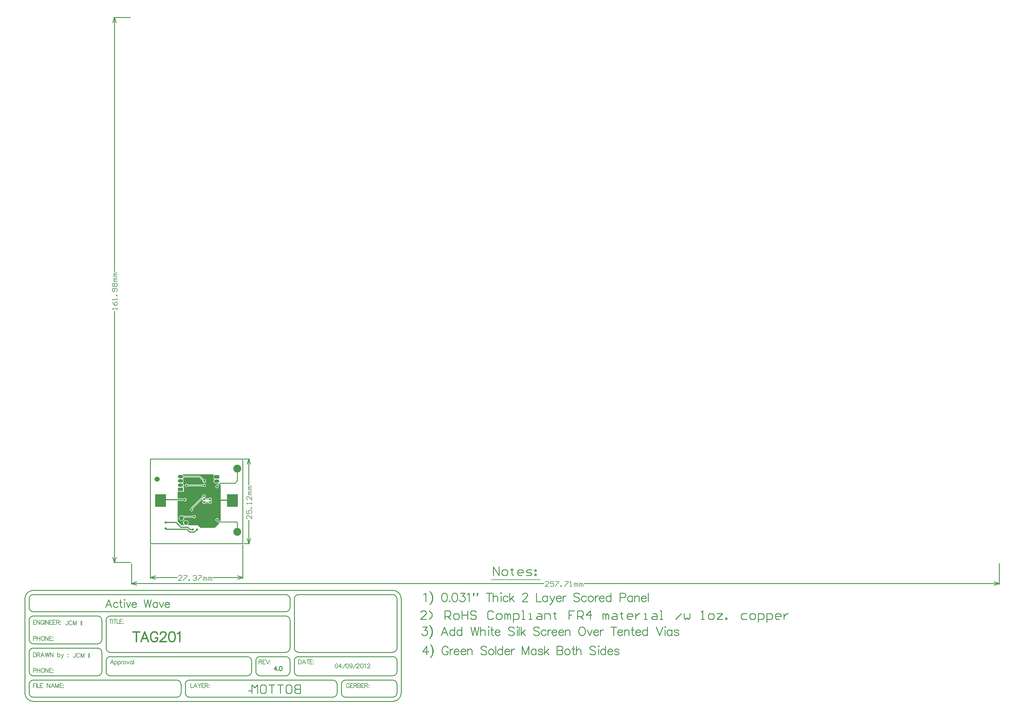
<source format=gbl>
%FSLAX25Y25*%
%MOIN*%
G70*
G01*
G75*
G04 Layer_Physical_Order=2*
G04 Layer_Color=16711680*
%ADD10R,0.03000X0.03000*%
%ADD11R,0.03000X0.03000*%
%ADD12R,0.01550X0.05000*%
%ADD13C,0.05000*%
%ADD14R,0.03937X0.07087*%
G04:AMPARAMS|DCode=15|XSize=25.59mil|YSize=9.84mil|CornerRadius=2.46mil|HoleSize=0mil|Usage=FLASHONLY|Rotation=0.000|XOffset=0mil|YOffset=0mil|HoleType=Round|Shape=RoundedRectangle|*
%AMROUNDEDRECTD15*
21,1,0.02559,0.00492,0,0,0.0*
21,1,0.02067,0.00984,0,0,0.0*
1,1,0.00492,0.01034,-0.00246*
1,1,0.00492,-0.01034,-0.00246*
1,1,0.00492,-0.01034,0.00246*
1,1,0.00492,0.01034,0.00246*
%
%ADD15ROUNDEDRECTD15*%
G04:AMPARAMS|DCode=16|XSize=25.59mil|YSize=9.84mil|CornerRadius=2.46mil|HoleSize=0mil|Usage=FLASHONLY|Rotation=90.000|XOffset=0mil|YOffset=0mil|HoleType=Round|Shape=RoundedRectangle|*
%AMROUNDEDRECTD16*
21,1,0.02559,0.00492,0,0,90.0*
21,1,0.02067,0.00984,0,0,90.0*
1,1,0.00492,0.00246,0.01034*
1,1,0.00492,0.00246,-0.01034*
1,1,0.00492,-0.00246,-0.01034*
1,1,0.00492,-0.00246,0.01034*
%
%ADD16ROUNDEDRECTD16*%
G04:AMPARAMS|DCode=17|XSize=25.59mil|YSize=9.84mil|CornerRadius=0mil|HoleSize=0mil|Usage=FLASHONLY|Rotation=90.000|XOffset=0mil|YOffset=0mil|HoleType=Round|Shape=Octagon|*
%AMOCTAGOND17*
4,1,8,0.00246,0.01280,-0.00246,0.01280,-0.00492,0.01034,-0.00492,-0.01034,-0.00246,-0.01280,0.00246,-0.01280,0.00492,-0.01034,0.00492,0.01034,0.00246,0.01280,0.0*
%
%ADD17OCTAGOND17*%

G04:AMPARAMS|DCode=18|XSize=25.59mil|YSize=9.84mil|CornerRadius=0mil|HoleSize=0mil|Usage=FLASHONLY|Rotation=180.000|XOffset=0mil|YOffset=0mil|HoleType=Round|Shape=Octagon|*
%AMOCTAGOND18*
4,1,8,-0.01280,0.00246,-0.01280,-0.00246,-0.01034,-0.00492,0.01034,-0.00492,0.01280,-0.00246,0.01280,0.00246,0.01034,0.00492,-0.01034,0.00492,-0.01280,0.00246,0.0*
%
%ADD18OCTAGOND18*%

%ADD19C,0.01200*%
%ADD20C,0.02000*%
%ADD21C,0.00800*%
%ADD22C,0.01000*%
%ADD23C,0.00600*%
%ADD24C,0.00900*%
%ADD25C,0.00500*%
%ADD26C,0.01500*%
%ADD27C,0.05200*%
%ADD28R,0.06200X0.04000*%
%ADD29O,0.06200X0.04000*%
%ADD30C,0.02600*%
%ADD31C,0.09200*%
%ADD32C,0.06000*%
%ADD33R,0.13000X0.15000*%
G36*
X73800Y80500D02*
X73800D01*
Y78400D01*
X77501D01*
Y77400D01*
X73800D01*
Y75300D01*
X74479D01*
X74640Y74827D01*
X74546Y74754D01*
X74129Y74211D01*
X73867Y73579D01*
X73778Y72900D01*
X73867Y72221D01*
X74129Y71589D01*
X74546Y71046D01*
X75089Y70629D01*
X75721Y70367D01*
X76400Y70278D01*
X78600D01*
X79279Y70367D01*
X79635Y70514D01*
X79913Y70099D01*
X78193Y68379D01*
X77900Y68437D01*
X77159Y68290D01*
X76530Y67870D01*
X76110Y67241D01*
X75963Y66500D01*
X76110Y65759D01*
X76530Y65130D01*
X77159Y64710D01*
X77900Y64563D01*
X78641Y64710D01*
X79270Y65130D01*
X79690Y65759D01*
X79837Y66500D01*
X79779Y66793D01*
X81638Y68652D01*
X82100Y68461D01*
Y26122D01*
X80865D01*
X79779Y27207D01*
X79837Y27500D01*
X79690Y28241D01*
X79270Y28870D01*
X78641Y29290D01*
X77900Y29437D01*
X77159Y29290D01*
X76530Y28870D01*
X76110Y28241D01*
X75963Y27500D01*
X76110Y26759D01*
X76530Y26130D01*
X77159Y25710D01*
X77900Y25563D01*
X78193Y25621D01*
X79607Y24207D01*
X79607Y24207D01*
X79971Y23964D01*
X80331Y23892D01*
X80476Y23414D01*
X75100Y18037D01*
X58600D01*
X55600Y21037D01*
X43673D01*
X43512Y21511D01*
X43782Y21718D01*
X44295Y22386D01*
X44618Y23165D01*
X44728Y24000D01*
X44618Y24835D01*
X44295Y25614D01*
X43782Y26282D01*
X43114Y26795D01*
X42335Y27118D01*
X41500Y27228D01*
X40665Y27118D01*
X39886Y26795D01*
X39218Y26282D01*
X38705Y25614D01*
X38382Y24835D01*
X38272Y24000D01*
X38382Y23165D01*
X38705Y22386D01*
X39218Y21718D01*
X39488Y21511D01*
X39327Y21037D01*
X36600D01*
X31800Y25837D01*
Y49876D01*
X38932D01*
X39030Y49730D01*
X39659Y49310D01*
X40400Y49163D01*
X41141Y49310D01*
X41770Y49730D01*
X42190Y50359D01*
X42337Y51100D01*
X42190Y51841D01*
X41770Y52470D01*
X41141Y52890D01*
X40400Y53037D01*
X39659Y52890D01*
X39030Y52470D01*
X38932Y52324D01*
X31800D01*
Y60400D01*
X39100D01*
Y65600D01*
X38421D01*
X38260Y66074D01*
X38354Y66146D01*
X38771Y66689D01*
X39033Y67321D01*
X39122Y68000D01*
X39033Y68679D01*
X38771Y69311D01*
X38354Y69854D01*
X37811Y70271D01*
Y70729D01*
X38354Y71146D01*
X38771Y71689D01*
X39033Y72321D01*
X39057Y72500D01*
X35399D01*
Y73500D01*
X39057D01*
X39033Y73679D01*
X38771Y74311D01*
X38354Y74854D01*
X37811Y75271D01*
Y75729D01*
X38354Y76146D01*
X38771Y76689D01*
X38892Y76980D01*
X57678D01*
X61245Y73413D01*
X61163Y73000D01*
X61310Y72259D01*
X61730Y71630D01*
X62359Y71210D01*
X63100Y71063D01*
X63841Y71210D01*
X64470Y71630D01*
X64890Y72259D01*
X65037Y73000D01*
X64890Y73741D01*
X64470Y74370D01*
X63841Y74790D01*
X63100Y74937D01*
X62687Y74855D01*
X58821Y78721D01*
X58490Y78942D01*
X58100Y79020D01*
X38892D01*
X38771Y79311D01*
X38354Y79854D01*
X37811Y80271D01*
X37464Y80415D01*
X37729Y80737D01*
X73800D01*
Y80500D01*
D02*
G37*
%LPC*%
G36*
X51200Y33237D02*
X50459Y33090D01*
X49830Y32670D01*
X49529Y32220D01*
X38243D01*
X38014Y32395D01*
X37235Y32718D01*
X36400Y32828D01*
X35565Y32718D01*
X34786Y32395D01*
X34118Y31882D01*
X33605Y31214D01*
X33282Y30435D01*
X33172Y29600D01*
X33282Y28765D01*
X33605Y27986D01*
X34118Y27318D01*
X34786Y26805D01*
X35565Y26482D01*
X36400Y26372D01*
X37235Y26482D01*
X38014Y26805D01*
X38682Y27318D01*
X39195Y27986D01*
X39518Y28765D01*
X39628Y29600D01*
X39601Y29805D01*
X39930Y30180D01*
X49663D01*
X49830Y29930D01*
X50459Y29510D01*
X51200Y29363D01*
X51941Y29510D01*
X52570Y29930D01*
X52990Y30559D01*
X53137Y31300D01*
X52990Y32041D01*
X52570Y32670D01*
X51941Y33090D01*
X51200Y33237D01*
D02*
G37*
G36*
X62800Y57337D02*
X62059Y57190D01*
X61430Y56770D01*
X61010Y56141D01*
X60863Y55400D01*
X60945Y54987D01*
X47479Y41521D01*
X47258Y41190D01*
X47250Y41150D01*
X46830Y40870D01*
X46410Y40241D01*
X46263Y39500D01*
X46410Y38759D01*
X46830Y38130D01*
X47459Y37710D01*
X48200Y37563D01*
X48941Y37710D01*
X49570Y38130D01*
X49990Y38759D01*
X50137Y39500D01*
X49990Y40241D01*
X49627Y40785D01*
X60435Y51593D01*
X60913Y51447D01*
X61010Y50959D01*
X61430Y50330D01*
X61625Y50200D01*
Y49700D01*
X61430Y49570D01*
X61010Y48941D01*
X60863Y48200D01*
X61010Y47459D01*
X61430Y46830D01*
X62059Y46410D01*
X62800Y46263D01*
X63541Y46410D01*
X64170Y46830D01*
X64404Y47180D01*
X68229D01*
X68530Y46730D01*
X69159Y46310D01*
X69900Y46163D01*
X70641Y46310D01*
X71270Y46730D01*
X71690Y47359D01*
X71837Y48100D01*
X71690Y48841D01*
X71270Y49470D01*
X71075Y49600D01*
Y50100D01*
X71270Y50230D01*
X71690Y50859D01*
X71837Y51600D01*
X71690Y52341D01*
X71270Y52970D01*
X70641Y53390D01*
X69900Y53537D01*
X69159Y53390D01*
X68530Y52970D01*
X68363Y52720D01*
X64404D01*
X64170Y53070D01*
X63541Y53490D01*
X63541D01*
D01*
Y53490D01*
D01*
D01*
D01*
X64170Y54030D01*
D01*
D01*
X64170Y54030D01*
X64170Y54030D01*
X64170Y54030D01*
X64170Y54030D01*
D01*
X64590Y54659D01*
X64737Y55400D01*
X64590Y56141D01*
X64170Y56770D01*
X63541Y57190D01*
X62800Y57337D01*
D02*
G37*
G36*
X63100Y69837D02*
X62359Y69690D01*
X61730Y69270D01*
X61496Y68920D01*
X43804D01*
X43570Y69270D01*
X42941Y69690D01*
X42200Y69837D01*
X41459Y69690D01*
X40830Y69270D01*
X40410Y68641D01*
X40263Y67900D01*
X40410Y67159D01*
X40830Y66530D01*
X41459Y66110D01*
X42200Y65963D01*
X42941Y66110D01*
X43570Y66530D01*
X43804Y66880D01*
X61496D01*
X61730Y66530D01*
X62359Y66110D01*
X63100Y65963D01*
X63841Y66110D01*
X64470Y66530D01*
X64890Y67159D01*
X65037Y67900D01*
X64890Y68641D01*
X64470Y69270D01*
X63841Y69690D01*
X63100Y69837D01*
D02*
G37*
%LPD*%
D19*
X46100Y13100D02*
X51600D01*
X17900Y17400D02*
X18700Y16600D01*
X42600D01*
X46100Y13100D01*
X51600D02*
X54500Y16000D01*
X35700Y18900D02*
X43700D01*
X46600Y16000D01*
X49500D01*
X30200Y24400D02*
X35700Y18900D01*
X17900Y24400D02*
X30200D01*
X78200Y50500D02*
X96500D01*
X15200D02*
X15800Y51100D01*
X40400D01*
D21*
X48200Y40800D02*
X62800Y55400D01*
X48200Y39500D02*
Y40800D01*
X36400Y29600D02*
X38000Y31200D01*
X58100Y78000D02*
X63100Y73000D01*
X35400Y78000D02*
X58100D01*
X42200Y67900D02*
X63100D01*
X51100Y31200D02*
X51200Y31300D01*
X38000Y31200D02*
X51100D01*
X69800Y51700D02*
X69900Y51600D01*
X62800Y51700D02*
X69800D01*
Y48200D02*
X69900Y48100D01*
X62800Y48200D02*
X69800D01*
X-96520Y-90501D02*
Y-94310D01*
X-96758Y-95024D01*
X-96996Y-95262D01*
X-97472Y-95500D01*
X-97948D01*
X-98424Y-95262D01*
X-98662Y-95024D01*
X-98900Y-94310D01*
Y-93834D01*
X-91663Y-91691D02*
X-91901Y-91215D01*
X-92378Y-90739D01*
X-92854Y-90501D01*
X-93806D01*
X-94282Y-90739D01*
X-94758Y-91215D01*
X-94996Y-91691D01*
X-95234Y-92405D01*
Y-93596D01*
X-94996Y-94310D01*
X-94758Y-94786D01*
X-94282Y-95262D01*
X-93806Y-95500D01*
X-92854D01*
X-92378Y-95262D01*
X-91901Y-94786D01*
X-91663Y-94310D01*
X-90259Y-90501D02*
Y-95500D01*
Y-90501D02*
X-88355Y-95500D01*
X-86450Y-90501D02*
X-88355Y-95500D01*
X-86450Y-90501D02*
Y-95500D01*
X-81094Y-90501D02*
Y-95500D01*
X-80047Y-90501D02*
Y-95500D01*
X-87520Y-128501D02*
Y-132310D01*
X-87758Y-133024D01*
X-87996Y-133262D01*
X-88472Y-133500D01*
X-88948D01*
X-89424Y-133262D01*
X-89662Y-133024D01*
X-89900Y-132310D01*
Y-131834D01*
X-82664Y-129691D02*
X-82902Y-129215D01*
X-83378Y-128739D01*
X-83854Y-128501D01*
X-84806D01*
X-85282Y-128739D01*
X-85758Y-129215D01*
X-85996Y-129691D01*
X-86234Y-130405D01*
Y-131596D01*
X-85996Y-132310D01*
X-85758Y-132786D01*
X-85282Y-133262D01*
X-84806Y-133500D01*
X-83854D01*
X-83378Y-133262D01*
X-82902Y-132786D01*
X-82664Y-132310D01*
X-81259Y-128501D02*
Y-133500D01*
Y-128501D02*
X-79355Y-133500D01*
X-77450Y-128501D02*
X-79355Y-133500D01*
X-77450Y-128501D02*
Y-133500D01*
X-72094Y-128501D02*
Y-133500D01*
X-71047Y-128501D02*
Y-133500D01*
X217303Y-140947D02*
X216589Y-141185D01*
X216113Y-141900D01*
X215875Y-143090D01*
Y-143804D01*
X216113Y-144994D01*
X216589Y-145708D01*
X217303Y-145946D01*
X217779D01*
X218493Y-145708D01*
X218969Y-144994D01*
X219207Y-143804D01*
Y-143090D01*
X218969Y-141900D01*
X218493Y-141185D01*
X217779Y-140947D01*
X217303D01*
X222707D02*
X220326Y-144280D01*
X223897D01*
X222707Y-140947D02*
Y-145946D01*
X224778Y-146660D02*
X228110Y-140947D01*
X229872D02*
X229157Y-141185D01*
X228681Y-141900D01*
X228443Y-143090D01*
Y-143804D01*
X228681Y-144994D01*
X229157Y-145708D01*
X229872Y-145946D01*
X230348D01*
X231062Y-145708D01*
X231538Y-144994D01*
X231776Y-143804D01*
Y-143090D01*
X231538Y-141900D01*
X231062Y-141185D01*
X230348Y-140947D01*
X229872D01*
X235989Y-142614D02*
X235751Y-143328D01*
X235275Y-143804D01*
X234561Y-144042D01*
X234323D01*
X233609Y-143804D01*
X233133Y-143328D01*
X232895Y-142614D01*
Y-142376D01*
X233133Y-141661D01*
X233609Y-141185D01*
X234323Y-140947D01*
X234561D01*
X235275Y-141185D01*
X235751Y-141661D01*
X235989Y-142614D01*
Y-143804D01*
X235751Y-144994D01*
X235275Y-145708D01*
X234561Y-145946D01*
X234085D01*
X233371Y-145708D01*
X233133Y-145232D01*
X237346Y-146660D02*
X240679Y-140947D01*
X241250Y-142138D02*
Y-141900D01*
X241488Y-141423D01*
X241726Y-141185D01*
X242202Y-140947D01*
X243155D01*
X243631Y-141185D01*
X243869Y-141423D01*
X244107Y-141900D01*
Y-142376D01*
X243869Y-142852D01*
X243392Y-143566D01*
X241012Y-145946D01*
X244345D01*
X246892Y-140947D02*
X246178Y-141185D01*
X245702Y-141900D01*
X245463Y-143090D01*
Y-143804D01*
X245702Y-144994D01*
X246178Y-145708D01*
X246892Y-145946D01*
X247368D01*
X248082Y-145708D01*
X248558Y-144994D01*
X248796Y-143804D01*
Y-143090D01*
X248558Y-141900D01*
X248082Y-141185D01*
X247368Y-140947D01*
X246892D01*
X249915Y-141900D02*
X250391Y-141661D01*
X251105Y-140947D01*
Y-145946D01*
X253819Y-142138D02*
Y-141900D01*
X254057Y-141423D01*
X254295Y-141185D01*
X254771Y-140947D01*
X255723D01*
X256199Y-141185D01*
X256437Y-141423D01*
X256675Y-141900D01*
Y-142376D01*
X256437Y-142852D01*
X255961Y-143566D01*
X253581Y-145946D01*
X256913D01*
X398372Y-42569D02*
X455872D01*
D22*
X98800Y70400D02*
X101700Y73300D01*
Y87500D01*
X81800Y70400D02*
X98800D01*
X77900Y66500D02*
X81800Y70400D01*
X100700Y25000D02*
X101700Y24000D01*
Y13500D02*
Y24000D01*
X80400Y25000D02*
X100700D01*
X77900Y27500D02*
X80400Y25000D01*
X175200Y-165503D02*
Y-175500D01*
X170202D01*
X168535Y-173834D01*
Y-172168D01*
X170202Y-170502D01*
X175200D01*
X170202D01*
X168535Y-168835D01*
Y-167169D01*
X170202Y-165503D01*
X175200D01*
X160205D02*
X163537D01*
X165203Y-167169D01*
Y-173834D01*
X163537Y-175500D01*
X160205D01*
X158539Y-173834D01*
Y-167169D01*
X160205Y-165503D01*
X155207D02*
X148542D01*
X151874D01*
Y-175500D01*
X145210Y-165503D02*
X138545D01*
X141877D01*
Y-175500D01*
X130215Y-165503D02*
X133547D01*
X135213Y-167169D01*
Y-173834D01*
X133547Y-175500D01*
X130215D01*
X128548Y-173834D01*
Y-167169D01*
X130215Y-165503D01*
X125216Y-175500D02*
Y-165503D01*
X121884Y-168835D01*
X118552Y-165503D01*
Y-175500D01*
X107753Y-40800D02*
Y-1600D01*
X0Y-40800D02*
Y-1600D01*
X73370Y-39800D02*
X107753D01*
X0D02*
X31183D01*
X101753Y-37800D02*
X107753Y-39800D01*
X101753Y-41800D02*
X107753Y-39800D01*
X0D02*
X6000Y-41800D01*
X0Y-39800D02*
X6000Y-37800D01*
X109253Y98803D02*
X115900D01*
X109253Y-100D02*
X115900D01*
X114900Y68345D02*
Y98803D01*
Y-100D02*
Y27158D01*
X112900Y92803D02*
X114900Y98803D01*
X116900Y92803D01*
X114900Y-100D02*
X116900Y5900D01*
X112900D02*
X114900Y-100D01*
X992400Y-47900D02*
Y-23550D01*
X-22200Y-47900D02*
Y-23550D01*
X507093Y-46900D02*
X992400D01*
X-22200D02*
X459907D01*
X986400Y-44900D02*
X992400Y-46900D01*
X986400Y-48900D02*
X992400Y-46900D01*
X-22200D02*
X-16200Y-48900D01*
X-22200Y-46900D02*
X-16200Y-44900D01*
X-43200Y615433D02*
X-23403D01*
X-43200Y-22300D02*
X-23450D01*
X-42200Y318059D02*
Y615433D01*
Y-22300D02*
Y271873D01*
X-44200Y609433D02*
X-42200Y615433D01*
X-40200Y609433D01*
X-42200Y-22300D02*
X-40200Y-16300D01*
X-44200D02*
X-42200Y-22300D01*
X0Y-100D02*
X107753D01*
X0Y-100D02*
Y98800D01*
X114695Y-172498D02*
X118632D01*
X107753Y-100D02*
Y98803D01*
X0D02*
X107753D01*
X283240Y-185014D02*
G03*
X293240Y-175014I0J10000D01*
G01*
X283240Y-180014D02*
G03*
X288240Y-175014I0J5000D01*
G01*
X35740Y-165014D02*
G03*
X30740Y-160014I-5000J0D01*
G01*
X30856Y-180014D02*
G03*
X35738Y-175047I84J4800D01*
G01*
X45740Y-160014D02*
G03*
X40740Y-165014I0J-5000D01*
G01*
Y-175014D02*
G03*
X45652Y-180013I5000J0D01*
G01*
X218240Y-165014D02*
G03*
X213240Y-160014I-5000J0D01*
G01*
X213356Y-180014D02*
G03*
X218238Y-175047I84J4800D01*
G01*
X223240Y-175114D02*
G03*
X228225Y-180013I4900J0D01*
G01*
X228240Y-160014D02*
G03*
X223240Y-165014I0J-5000D01*
G01*
X-56760Y-89914D02*
G03*
X-61660Y-85014I-4900J0D01*
G01*
X-61560Y-117514D02*
G03*
X-56760Y-112714I0J4800D01*
G01*
Y-127414D02*
G03*
X-61831Y-122517I-4900J0D01*
G01*
X-51760Y-122614D02*
G03*
X-46860Y-127514I4900J0D01*
G01*
X-51760Y-150114D02*
G03*
X-46860Y-155014I4900J0D01*
G01*
X-61660D02*
G03*
X-56760Y-150114I0J4900D01*
G01*
X118240Y-137414D02*
G03*
X113340Y-132514I-4900J0D01*
G01*
Y-155014D02*
G03*
X118239Y-150029I0J4900D01*
G01*
X123240Y-149914D02*
G03*
X128251Y-155013I5100J0D01*
G01*
X128040Y-132514D02*
G03*
X123246Y-137565I0J-4800D01*
G01*
X-46760Y-132514D02*
G03*
X-51760Y-137514I0J-5000D01*
G01*
X-46760Y-85014D02*
G03*
X-51760Y-90014I0J-5000D01*
G01*
X-141760Y-150014D02*
G03*
X-136848Y-155013I5000J0D01*
G01*
X-136760Y-122514D02*
G03*
X-141760Y-127514I0J-5000D01*
G01*
Y-112514D02*
G03*
X-136760Y-117514I5000J0D01*
G01*
Y-85014D02*
G03*
X-141760Y-90014I0J-5000D01*
G01*
Y-75014D02*
G03*
X-136760Y-80014I5000J0D01*
G01*
Y-60014D02*
G03*
X-141760Y-65014I0J-5000D01*
G01*
X163240Y-65014D02*
G03*
X158240Y-60014I-5000J0D01*
G01*
X173240Y-60014D02*
G03*
X168240Y-65014I0J-5000D01*
G01*
X158240Y-80014D02*
G03*
X163240Y-75014I0J5000D01*
G01*
Y-90014D02*
G03*
X158240Y-85014I-5000J0D01*
G01*
X-136760Y-160014D02*
G03*
X-141760Y-165014I0J-5000D01*
G01*
X158327Y-127514D02*
G03*
X163241Y-122514I-87J5000D01*
G01*
X-141760Y-175014D02*
G03*
X-136848Y-180013I5000J0D01*
G01*
X163240Y-137414D02*
G03*
X158340Y-132514I-4900J0D01*
G01*
X168240Y-150114D02*
G03*
X173225Y-155013I4900J0D01*
G01*
X158240Y-155014D02*
G03*
X163240Y-150014I0J5000D01*
G01*
X288240Y-164927D02*
G03*
X283240Y-160013I-5000J-87D01*
G01*
X283306Y-154940D02*
G03*
X288306Y-149940I0J5000D01*
G01*
X288238Y-64857D02*
G03*
X283167Y-59960I-4900J0D01*
G01*
X293238Y-64957D02*
G03*
X283238Y-54957I-10000J0D01*
G01*
X-146760Y-174914D02*
G03*
X-136837Y-185012I10100J0D01*
G01*
X-136760Y-55014D02*
G03*
X-146760Y-65014I0J-10000D01*
G01*
X168240Y-122514D02*
G03*
X173240Y-127514I5000J0D01*
G01*
X283306Y-127440D02*
G03*
X288306Y-122440I0J5000D01*
G01*
X173240Y-132514D02*
G03*
X168240Y-137514I0J-5000D01*
G01*
X288306Y-137340D02*
G03*
X283406Y-132440I-4900J0D01*
G01*
X288240Y-175014D02*
Y-165014D01*
X-136760Y-55014D02*
X283240D01*
X288306Y-149940D02*
Y-137340D01*
X168240Y-150014D02*
Y-137514D01*
X288240Y-122514D02*
Y-65014D01*
X168240Y-122514D02*
Y-65014D01*
X-146760Y-175014D02*
Y-65014D01*
X-141760Y-175014D02*
Y-165014D01*
X163240Y-150014D02*
Y-137514D01*
X123240Y-150014D02*
Y-137514D01*
X-51760Y-150014D02*
Y-137514D01*
X118240Y-150014D02*
Y-137514D01*
X-51760Y-122514D02*
Y-90014D01*
X163240Y-122514D02*
Y-90014D01*
Y-75014D02*
Y-65014D01*
X-141760Y-75014D02*
Y-65014D01*
X-56760Y-112514D02*
Y-90014D01*
X-141760Y-112514D02*
Y-90014D01*
X-56760Y-150014D02*
Y-127514D01*
X-141760Y-150014D02*
Y-127514D01*
X293240Y-175014D02*
Y-65014D01*
X223240Y-175014D02*
Y-165014D01*
X218240Y-175014D02*
Y-165014D01*
X40740Y-175014D02*
Y-165014D01*
X35740Y-175014D02*
Y-165014D01*
X173240Y-132514D02*
X283240D01*
X173240Y-127514D02*
X283240D01*
X-46760D02*
X158240D01*
X173240Y-60014D02*
X283240D01*
X173240Y-155014D02*
X283240D01*
X128240Y-132514D02*
X158240D01*
X128240Y-155014D02*
X158240D01*
X-46760D02*
X113240D01*
X-46760Y-132514D02*
X113240D01*
X-46760Y-85014D02*
X158240D01*
X-136760Y-80014D02*
X158240D01*
X-136760Y-85014D02*
X-61760D01*
X-136760Y-117514D02*
X-61760D01*
X-136760Y-122514D02*
X-61760D01*
X-136760Y-155014D02*
X-61760D01*
X-136760Y-185014D02*
X283240D01*
X-136760Y-60014D02*
X158240D01*
X228240Y-160014D02*
X283240D01*
X228240Y-180014D02*
X283240D01*
X45740Y-160014D02*
X213240D01*
X-136760D02*
X30740D01*
X-136760Y-180014D02*
X30740D01*
X45740Y-180014D02*
X213240D01*
X322463Y-88942D02*
X315798D01*
X322463Y-82278D01*
Y-80612D01*
X320797Y-78946D01*
X317465D01*
X315798Y-80612D01*
X325795Y-88942D02*
X329128Y-85610D01*
Y-82278D01*
X325795Y-78946D01*
X344123Y-88942D02*
Y-78946D01*
X349121D01*
X350787Y-80612D01*
Y-83944D01*
X349121Y-85610D01*
X344123D01*
X347455D02*
X350787Y-88942D01*
X355785D02*
X359118D01*
X360784Y-87276D01*
Y-83944D01*
X359118Y-82278D01*
X355785D01*
X354119Y-83944D01*
Y-87276D01*
X355785Y-88942D01*
X364116Y-78946D02*
Y-88942D01*
Y-83944D01*
X370781D01*
Y-78946D01*
Y-88942D01*
X380777Y-80612D02*
X379111Y-78946D01*
X375779D01*
X374113Y-80612D01*
Y-82278D01*
X375779Y-83944D01*
X379111D01*
X380777Y-85610D01*
Y-87276D01*
X379111Y-88942D01*
X375779D01*
X374113Y-87276D01*
X400771Y-80612D02*
X399105Y-78946D01*
X395773D01*
X394107Y-80612D01*
Y-87276D01*
X395773Y-88942D01*
X399105D01*
X400771Y-87276D01*
X405769Y-88942D02*
X409102D01*
X410768Y-87276D01*
Y-83944D01*
X409102Y-82278D01*
X405769D01*
X404103Y-83944D01*
Y-87276D01*
X405769Y-88942D01*
X414100D02*
Y-82278D01*
X415766D01*
X417432Y-83944D01*
Y-88942D01*
Y-83944D01*
X419098Y-82278D01*
X420764Y-83944D01*
Y-88942D01*
X424097Y-92275D02*
Y-82278D01*
X429095D01*
X430761Y-83944D01*
Y-87276D01*
X429095Y-88942D01*
X424097D01*
X434094D02*
X437426D01*
X435760D01*
Y-78946D01*
X434094D01*
X442424Y-88942D02*
X445756D01*
X444090D01*
Y-82278D01*
X442424D01*
X452421D02*
X455753D01*
X457419Y-83944D01*
Y-88942D01*
X452421D01*
X450755Y-87276D01*
X452421Y-85610D01*
X457419D01*
X460752Y-88942D02*
Y-82278D01*
X465750D01*
X467416Y-83944D01*
Y-88942D01*
X472414Y-80612D02*
Y-82278D01*
X470748D01*
X474081D01*
X472414D01*
Y-87276D01*
X474081Y-88942D01*
X495740Y-78946D02*
X489076D01*
Y-83944D01*
X492408D01*
X489076D01*
Y-88942D01*
X499073D02*
Y-78946D01*
X504071D01*
X505737Y-80612D01*
Y-83944D01*
X504071Y-85610D01*
X499073D01*
X502405D02*
X505737Y-88942D01*
X514068D02*
Y-78946D01*
X509069Y-83944D01*
X515734D01*
X529063Y-88942D02*
Y-82278D01*
X530729D01*
X532395Y-83944D01*
Y-88942D01*
Y-83944D01*
X534061Y-82278D01*
X535727Y-83944D01*
Y-88942D01*
X540726Y-82278D02*
X544058D01*
X545724Y-83944D01*
Y-88942D01*
X540726D01*
X539060Y-87276D01*
X540726Y-85610D01*
X545724D01*
X550723Y-80612D02*
Y-82278D01*
X549056D01*
X552389D01*
X550723D01*
Y-87276D01*
X552389Y-88942D01*
X562385D02*
X559053D01*
X557387Y-87276D01*
Y-83944D01*
X559053Y-82278D01*
X562385D01*
X564051Y-83944D01*
Y-85610D01*
X557387D01*
X567384Y-82278D02*
Y-88942D01*
Y-85610D01*
X569050Y-83944D01*
X570716Y-82278D01*
X572382D01*
X577381Y-88942D02*
X580713D01*
X579047D01*
Y-82278D01*
X577381D01*
X587377D02*
X590710D01*
X592376Y-83944D01*
Y-88942D01*
X587377D01*
X585711Y-87276D01*
X587377Y-85610D01*
X592376D01*
X595708Y-88942D02*
X599040D01*
X597374D01*
Y-78946D01*
X595708D01*
X614035Y-88942D02*
X620700Y-82278D01*
X624032D02*
Y-87276D01*
X625698Y-88942D01*
X627364Y-87276D01*
X629031Y-88942D01*
X630697Y-87276D01*
Y-82278D01*
X644026Y-88942D02*
X647358D01*
X645692D01*
Y-78946D01*
X644026Y-80612D01*
X654023Y-88942D02*
X657355D01*
X659021Y-87276D01*
Y-83944D01*
X657355Y-82278D01*
X654023D01*
X652356Y-83944D01*
Y-87276D01*
X654023Y-88942D01*
X662353Y-82278D02*
X669018D01*
X662353Y-88942D01*
X669018D01*
X672350D02*
Y-87276D01*
X674016D01*
Y-88942D01*
X672350D01*
X697342Y-82278D02*
X692343D01*
X690677Y-83944D01*
Y-87276D01*
X692343Y-88942D01*
X697342D01*
X702340D02*
X705672D01*
X707339Y-87276D01*
Y-83944D01*
X705672Y-82278D01*
X702340D01*
X700674Y-83944D01*
Y-87276D01*
X702340Y-88942D01*
X710671Y-92275D02*
Y-82278D01*
X715669D01*
X717335Y-83944D01*
Y-87276D01*
X715669Y-88942D01*
X710671D01*
X720668Y-92275D02*
Y-82278D01*
X725666D01*
X727332Y-83944D01*
Y-87276D01*
X725666Y-88942D01*
X720668D01*
X735663D02*
X732331D01*
X730664Y-87276D01*
Y-83944D01*
X732331Y-82278D01*
X735663D01*
X737329Y-83944D01*
Y-85610D01*
X730664D01*
X740661Y-82278D02*
Y-88942D01*
Y-85610D01*
X742327Y-83944D01*
X743993Y-82278D01*
X745659D01*
X318352Y-97802D02*
X323589D01*
X320733Y-101611D01*
X322161D01*
X323113Y-102087D01*
X323589Y-102563D01*
X324065Y-103991D01*
Y-104944D01*
X323589Y-106372D01*
X322637Y-107324D01*
X321209Y-107800D01*
X319780D01*
X318352Y-107324D01*
X317876Y-106848D01*
X317400Y-105896D01*
X326303Y-95898D02*
X327255Y-96850D01*
X328207Y-98278D01*
X329159Y-100183D01*
X329636Y-102563D01*
Y-104467D01*
X329159Y-106848D01*
X328207Y-108752D01*
X327255Y-110180D01*
X326303Y-111133D01*
X327255Y-96850D02*
X328207Y-98754D01*
X328683Y-100183D01*
X329159Y-102563D01*
Y-104467D01*
X328683Y-106848D01*
X328207Y-108276D01*
X327255Y-110180D01*
X347536Y-107800D02*
X343728Y-97802D01*
X339919Y-107800D01*
X341347Y-104467D02*
X346108D01*
X355582Y-97802D02*
Y-107800D01*
Y-102563D02*
X354630Y-101611D01*
X353678Y-101135D01*
X352250D01*
X351297Y-101611D01*
X350345Y-102563D01*
X349869Y-103991D01*
Y-104944D01*
X350345Y-106372D01*
X351297Y-107324D01*
X352250Y-107800D01*
X353678D01*
X354630Y-107324D01*
X355582Y-106372D01*
X363962Y-97802D02*
Y-107800D01*
Y-102563D02*
X363009Y-101611D01*
X362057Y-101135D01*
X360629D01*
X359677Y-101611D01*
X358724Y-102563D01*
X358248Y-103991D01*
Y-104944D01*
X358724Y-106372D01*
X359677Y-107324D01*
X360629Y-107800D01*
X362057D01*
X363009Y-107324D01*
X363962Y-106372D01*
X374483Y-97802D02*
X376864Y-107800D01*
X379244Y-97802D02*
X376864Y-107800D01*
X379244Y-97802D02*
X381624Y-107800D01*
X384005Y-97802D02*
X381624Y-107800D01*
X386004Y-97802D02*
Y-107800D01*
Y-103039D02*
X387433Y-101611D01*
X388385Y-101135D01*
X389813D01*
X390765Y-101611D01*
X391241Y-103039D01*
Y-107800D01*
X394812Y-97802D02*
X395288Y-98278D01*
X395764Y-97802D01*
X395288Y-97326D01*
X394812Y-97802D01*
X395288Y-101135D02*
Y-107800D01*
X398954Y-97802D02*
Y-105896D01*
X399430Y-107324D01*
X400382Y-107800D01*
X401334D01*
X397526Y-101135D02*
X400858D01*
X402763Y-103991D02*
X408476D01*
Y-103039D01*
X408000Y-102087D01*
X407523Y-101611D01*
X406571Y-101135D01*
X405143D01*
X404191Y-101611D01*
X403239Y-102563D01*
X402763Y-103991D01*
Y-104944D01*
X403239Y-106372D01*
X404191Y-107324D01*
X405143Y-107800D01*
X406571D01*
X407523Y-107324D01*
X408476Y-106372D01*
X425139Y-99230D02*
X424187Y-98278D01*
X422758Y-97802D01*
X420854D01*
X419426Y-98278D01*
X418474Y-99230D01*
Y-100183D01*
X418950Y-101135D01*
X419426Y-101611D01*
X420378Y-102087D01*
X423235Y-103039D01*
X424187Y-103515D01*
X424663Y-103991D01*
X425139Y-104944D01*
Y-106372D01*
X424187Y-107324D01*
X422758Y-107800D01*
X420854D01*
X419426Y-107324D01*
X418474Y-106372D01*
X428329Y-97802D02*
X428805Y-98278D01*
X429281Y-97802D01*
X428805Y-97326D01*
X428329Y-97802D01*
X428805Y-101135D02*
Y-107800D01*
X431042Y-97802D02*
Y-107800D01*
X433137Y-97802D02*
Y-107800D01*
X437898Y-101135D02*
X433137Y-105896D01*
X435041Y-103991D02*
X438374Y-107800D01*
X454466Y-99230D02*
X453514Y-98278D01*
X452085Y-97802D01*
X450181D01*
X448753Y-98278D01*
X447801Y-99230D01*
Y-100183D01*
X448277Y-101135D01*
X448753Y-101611D01*
X449705Y-102087D01*
X452562Y-103039D01*
X453514Y-103515D01*
X453990Y-103991D01*
X454466Y-104944D01*
Y-106372D01*
X453514Y-107324D01*
X452085Y-107800D01*
X450181D01*
X448753Y-107324D01*
X447801Y-106372D01*
X462417Y-102563D02*
X461464Y-101611D01*
X460512Y-101135D01*
X459084D01*
X458132Y-101611D01*
X457180Y-102563D01*
X456704Y-103991D01*
Y-104944D01*
X457180Y-106372D01*
X458132Y-107324D01*
X459084Y-107800D01*
X460512D01*
X461464Y-107324D01*
X462417Y-106372D01*
X464559Y-101135D02*
Y-107800D01*
Y-103991D02*
X465035Y-102563D01*
X465987Y-101611D01*
X466939Y-101135D01*
X468368D01*
X469272Y-103991D02*
X474985D01*
Y-103039D01*
X474509Y-102087D01*
X474033Y-101611D01*
X473081Y-101135D01*
X471653D01*
X470701Y-101611D01*
X469748Y-102563D01*
X469272Y-103991D01*
Y-104944D01*
X469748Y-106372D01*
X470701Y-107324D01*
X471653Y-107800D01*
X473081D01*
X474033Y-107324D01*
X474985Y-106372D01*
X477128Y-103991D02*
X482841D01*
Y-103039D01*
X482365Y-102087D01*
X481889Y-101611D01*
X480936Y-101135D01*
X479508D01*
X478556Y-101611D01*
X477604Y-102563D01*
X477128Y-103991D01*
Y-104944D01*
X477604Y-106372D01*
X478556Y-107324D01*
X479508Y-107800D01*
X480936D01*
X481889Y-107324D01*
X482841Y-106372D01*
X484983Y-101135D02*
Y-107800D01*
Y-103039D02*
X486411Y-101611D01*
X487364Y-101135D01*
X488792D01*
X489744Y-101611D01*
X490220Y-103039D01*
Y-107800D01*
X503551Y-97802D02*
X502598Y-98278D01*
X501646Y-99230D01*
X501170Y-100183D01*
X500694Y-101611D01*
Y-103991D01*
X501170Y-105420D01*
X501646Y-106372D01*
X502598Y-107324D01*
X503551Y-107800D01*
X505455D01*
X506407Y-107324D01*
X507359Y-106372D01*
X507835Y-105420D01*
X508312Y-103991D01*
Y-101611D01*
X507835Y-100183D01*
X507359Y-99230D01*
X506407Y-98278D01*
X505455Y-97802D01*
X503551D01*
X510644Y-101135D02*
X513501Y-107800D01*
X516357Y-101135D02*
X513501Y-107800D01*
X517976Y-103991D02*
X523689D01*
Y-103039D01*
X523213Y-102087D01*
X522737Y-101611D01*
X521785Y-101135D01*
X520357D01*
X519404Y-101611D01*
X518452Y-102563D01*
X517976Y-103991D01*
Y-104944D01*
X518452Y-106372D01*
X519404Y-107324D01*
X520357Y-107800D01*
X521785D01*
X522737Y-107324D01*
X523689Y-106372D01*
X525832Y-101135D02*
Y-107800D01*
Y-103991D02*
X526308Y-102563D01*
X527260Y-101611D01*
X528212Y-101135D01*
X529640D01*
X541733Y-97802D02*
Y-107800D01*
X538400Y-97802D02*
X545065D01*
X546256Y-103991D02*
X551969D01*
Y-103039D01*
X551493Y-102087D01*
X551017Y-101611D01*
X550064Y-101135D01*
X548636D01*
X547684Y-101611D01*
X546732Y-102563D01*
X546256Y-103991D01*
Y-104944D01*
X546732Y-106372D01*
X547684Y-107324D01*
X548636Y-107800D01*
X550064D01*
X551017Y-107324D01*
X551969Y-106372D01*
X554111Y-101135D02*
Y-107800D01*
Y-103039D02*
X555540Y-101611D01*
X556492Y-101135D01*
X557920D01*
X558872Y-101611D01*
X559348Y-103039D01*
Y-107800D01*
X563395Y-97802D02*
Y-105896D01*
X563871Y-107324D01*
X564823Y-107800D01*
X565775D01*
X561967Y-101135D02*
X565299D01*
X567204Y-103991D02*
X572917D01*
Y-103039D01*
X572441Y-102087D01*
X571965Y-101611D01*
X571012Y-101135D01*
X569584D01*
X568632Y-101611D01*
X567680Y-102563D01*
X567204Y-103991D01*
Y-104944D01*
X567680Y-106372D01*
X568632Y-107324D01*
X569584Y-107800D01*
X571012D01*
X571965Y-107324D01*
X572917Y-106372D01*
X580772Y-97802D02*
Y-107800D01*
Y-102563D02*
X579820Y-101611D01*
X578868Y-101135D01*
X577439D01*
X576487Y-101611D01*
X575535Y-102563D01*
X575059Y-103991D01*
Y-104944D01*
X575535Y-106372D01*
X576487Y-107324D01*
X577439Y-107800D01*
X578868D01*
X579820Y-107324D01*
X580772Y-106372D01*
X591294Y-97802D02*
X595102Y-107800D01*
X598911Y-97802D02*
X595102Y-107800D01*
X601149Y-97802D02*
X601625Y-98278D01*
X602101Y-97802D01*
X601625Y-97326D01*
X601149Y-97802D01*
X601625Y-101135D02*
Y-107800D01*
X609576Y-101135D02*
Y-107800D01*
Y-102563D02*
X608623Y-101611D01*
X607671Y-101135D01*
X606243D01*
X605291Y-101611D01*
X604339Y-102563D01*
X603862Y-103991D01*
Y-104944D01*
X604339Y-106372D01*
X605291Y-107324D01*
X606243Y-107800D01*
X607671D01*
X608623Y-107324D01*
X609576Y-106372D01*
X617479Y-102563D02*
X617002Y-101611D01*
X615574Y-101135D01*
X614146D01*
X612718Y-101611D01*
X612242Y-102563D01*
X612718Y-103515D01*
X613670Y-103991D01*
X616050Y-104467D01*
X617002Y-104944D01*
X617479Y-105896D01*
Y-106372D01*
X617002Y-107324D01*
X615574Y-107800D01*
X614146D01*
X612718Y-107324D01*
X612242Y-106372D01*
X319372Y-60042D02*
X320324Y-59566D01*
X321753Y-58138D01*
Y-68135D01*
X326704Y-56233D02*
X327656Y-57185D01*
X328608Y-58614D01*
X329560Y-60518D01*
X330037Y-62898D01*
Y-64803D01*
X329560Y-67183D01*
X328608Y-69087D01*
X327656Y-70516D01*
X326704Y-71468D01*
X327656Y-57185D02*
X328608Y-59090D01*
X329084Y-60518D01*
X329560Y-62898D01*
Y-64803D01*
X329084Y-67183D01*
X328608Y-68611D01*
X327656Y-70516D01*
X343177Y-58138D02*
X341748Y-58614D01*
X340796Y-60042D01*
X340320Y-62422D01*
Y-63850D01*
X340796Y-66231D01*
X341748Y-67659D01*
X343177Y-68135D01*
X344129D01*
X345557Y-67659D01*
X346509Y-66231D01*
X346985Y-63850D01*
Y-62422D01*
X346509Y-60042D01*
X345557Y-58614D01*
X344129Y-58138D01*
X343177D01*
X349699Y-67183D02*
X349223Y-67659D01*
X349699Y-68135D01*
X350175Y-67659D01*
X349699Y-67183D01*
X355222Y-58138D02*
X353793Y-58614D01*
X352841Y-60042D01*
X352365Y-62422D01*
Y-63850D01*
X352841Y-66231D01*
X353793Y-67659D01*
X355222Y-68135D01*
X356174D01*
X357602Y-67659D01*
X358554Y-66231D01*
X359030Y-63850D01*
Y-62422D01*
X358554Y-60042D01*
X357602Y-58614D01*
X356174Y-58138D01*
X355222D01*
X362220D02*
X367457D01*
X364601Y-61946D01*
X366029D01*
X366981Y-62422D01*
X367457Y-62898D01*
X367933Y-64327D01*
Y-65279D01*
X367457Y-66707D01*
X366505Y-67659D01*
X365077Y-68135D01*
X363648D01*
X362220Y-67659D01*
X361744Y-67183D01*
X361268Y-66231D01*
X370171Y-60042D02*
X371123Y-59566D01*
X372551Y-58138D01*
Y-68135D01*
X377979Y-58138D02*
X377503Y-58614D01*
Y-61470D01*
X377979Y-58614D02*
X377503Y-61470D01*
X377979Y-58138D02*
X378455Y-58614D01*
X377503Y-61470D01*
X382263Y-58138D02*
X381787Y-58614D01*
Y-61470D01*
X382263Y-58614D02*
X381787Y-61470D01*
X382263Y-58138D02*
X382740Y-58614D01*
X381787Y-61470D01*
X396022Y-58138D02*
Y-68135D01*
X392690Y-58138D02*
X399355D01*
X400545D02*
Y-68135D01*
Y-63374D02*
X401973Y-61946D01*
X402926Y-61470D01*
X404354D01*
X405306Y-61946D01*
X405782Y-63374D01*
Y-68135D01*
X409353Y-58138D02*
X409829Y-58614D01*
X410305Y-58138D01*
X409829Y-57661D01*
X409353Y-58138D01*
X409829Y-61470D02*
Y-68135D01*
X417780Y-62898D02*
X416827Y-61946D01*
X415875Y-61470D01*
X414447D01*
X413495Y-61946D01*
X412543Y-62898D01*
X412067Y-64327D01*
Y-65279D01*
X412543Y-66707D01*
X413495Y-67659D01*
X414447Y-68135D01*
X415875D01*
X416827Y-67659D01*
X417780Y-66707D01*
X419922Y-58138D02*
Y-68135D01*
X424683Y-61470D02*
X419922Y-66231D01*
X421826Y-64327D02*
X425159Y-68135D01*
X435062Y-60518D02*
Y-60042D01*
X435538Y-59090D01*
X436014Y-58614D01*
X436966Y-58138D01*
X438870D01*
X439823Y-58614D01*
X440299Y-59090D01*
X440775Y-60042D01*
Y-60994D01*
X440299Y-61946D01*
X439347Y-63374D01*
X434586Y-68135D01*
X441251D01*
X451344Y-58138D02*
Y-68135D01*
X457057D01*
X463865Y-61470D02*
Y-68135D01*
Y-62898D02*
X462913Y-61946D01*
X461961Y-61470D01*
X460532D01*
X459580Y-61946D01*
X458628Y-62898D01*
X458152Y-64327D01*
Y-65279D01*
X458628Y-66707D01*
X459580Y-67659D01*
X460532Y-68135D01*
X461961D01*
X462913Y-67659D01*
X463865Y-66707D01*
X467007Y-61470D02*
X469864Y-68135D01*
X472720Y-61470D02*
X469864Y-68135D01*
X468912Y-70040D01*
X467959Y-70992D01*
X467007Y-71468D01*
X466531D01*
X474387Y-64327D02*
X480100D01*
Y-63374D01*
X479624Y-62422D01*
X479147Y-61946D01*
X478195Y-61470D01*
X476767D01*
X475815Y-61946D01*
X474863Y-62898D01*
X474387Y-64327D01*
Y-65279D01*
X474863Y-66707D01*
X475815Y-67659D01*
X476767Y-68135D01*
X478195D01*
X479147Y-67659D01*
X480100Y-66707D01*
X482242Y-61470D02*
Y-68135D01*
Y-64327D02*
X482718Y-62898D01*
X483670Y-61946D01*
X484622Y-61470D01*
X486051D01*
X501476Y-59566D02*
X500524Y-58614D01*
X499096Y-58138D01*
X497191D01*
X495763Y-58614D01*
X494811Y-59566D01*
Y-60518D01*
X495287Y-61470D01*
X495763Y-61946D01*
X496715Y-62422D01*
X499572Y-63374D01*
X500524Y-63850D01*
X501000Y-64327D01*
X501476Y-65279D01*
Y-66707D01*
X500524Y-67659D01*
X499096Y-68135D01*
X497191D01*
X495763Y-67659D01*
X494811Y-66707D01*
X509427Y-62898D02*
X508474Y-61946D01*
X507522Y-61470D01*
X506094D01*
X505142Y-61946D01*
X504190Y-62898D01*
X503714Y-64327D01*
Y-65279D01*
X504190Y-66707D01*
X505142Y-67659D01*
X506094Y-68135D01*
X507522D01*
X508474Y-67659D01*
X509427Y-66707D01*
X513949Y-61470D02*
X512997Y-61946D01*
X512045Y-62898D01*
X511569Y-64327D01*
Y-65279D01*
X512045Y-66707D01*
X512997Y-67659D01*
X513949Y-68135D01*
X515378D01*
X516330Y-67659D01*
X517282Y-66707D01*
X517758Y-65279D01*
Y-64327D01*
X517282Y-62898D01*
X516330Y-61946D01*
X515378Y-61470D01*
X513949D01*
X519948D02*
Y-68135D01*
Y-64327D02*
X520424Y-62898D01*
X521377Y-61946D01*
X522329Y-61470D01*
X523757D01*
X524661Y-64327D02*
X530375D01*
Y-63374D01*
X529899Y-62422D01*
X529422Y-61946D01*
X528470Y-61470D01*
X527042D01*
X526090Y-61946D01*
X525138Y-62898D01*
X524661Y-64327D01*
Y-65279D01*
X525138Y-66707D01*
X526090Y-67659D01*
X527042Y-68135D01*
X528470D01*
X529422Y-67659D01*
X530375Y-66707D01*
X538230Y-58138D02*
Y-68135D01*
Y-62898D02*
X537278Y-61946D01*
X536326Y-61470D01*
X534898D01*
X533945Y-61946D01*
X532993Y-62898D01*
X532517Y-64327D01*
Y-65279D01*
X532993Y-66707D01*
X533945Y-67659D01*
X534898Y-68135D01*
X536326D01*
X537278Y-67659D01*
X538230Y-66707D01*
X548752Y-63374D02*
X553036D01*
X554465Y-62898D01*
X554941Y-62422D01*
X555417Y-61470D01*
Y-60042D01*
X554941Y-59090D01*
X554465Y-58614D01*
X553036Y-58138D01*
X548752D01*
Y-68135D01*
X563368Y-61470D02*
Y-68135D01*
Y-62898D02*
X562415Y-61946D01*
X561463Y-61470D01*
X560035D01*
X559083Y-61946D01*
X558131Y-62898D01*
X557654Y-64327D01*
Y-65279D01*
X558131Y-66707D01*
X559083Y-67659D01*
X560035Y-68135D01*
X561463D01*
X562415Y-67659D01*
X563368Y-66707D01*
X566034Y-61470D02*
Y-68135D01*
Y-63374D02*
X567462Y-61946D01*
X568414Y-61470D01*
X569842D01*
X570794Y-61946D01*
X571271Y-63374D01*
Y-68135D01*
X573889Y-64327D02*
X579602D01*
Y-63374D01*
X579126Y-62422D01*
X578650Y-61946D01*
X577698Y-61470D01*
X576269D01*
X575317Y-61946D01*
X574365Y-62898D01*
X573889Y-64327D01*
Y-65279D01*
X574365Y-66707D01*
X575317Y-67659D01*
X576269Y-68135D01*
X577698D01*
X578650Y-67659D01*
X579602Y-66707D01*
X581745Y-58138D02*
Y-68135D01*
X400874Y-37626D02*
Y-27629D01*
X407538Y-37626D01*
Y-27629D01*
X412537Y-37626D02*
X415869D01*
X417535Y-35960D01*
Y-32628D01*
X415869Y-30962D01*
X412537D01*
X410871Y-32628D01*
Y-35960D01*
X412537Y-37626D01*
X422533Y-29295D02*
Y-30962D01*
X420867D01*
X424199D01*
X422533D01*
Y-35960D01*
X424199Y-37626D01*
X434196D02*
X430864D01*
X429198Y-35960D01*
Y-32628D01*
X430864Y-30962D01*
X434196D01*
X435862Y-32628D01*
Y-34294D01*
X429198D01*
X439195Y-37626D02*
X444193D01*
X445859Y-35960D01*
X444193Y-34294D01*
X440861D01*
X439195Y-32628D01*
X440861Y-30962D01*
X445859D01*
X449192D02*
X450858D01*
Y-32628D01*
X449192D01*
Y-30962D01*
Y-35960D02*
X450858D01*
Y-37626D01*
X449192D01*
Y-35960D01*
X323027Y-120328D02*
X318266Y-126993D01*
X325408D01*
X323027Y-120328D02*
Y-130326D01*
X327169Y-118424D02*
X328121Y-119376D01*
X329073Y-120804D01*
X330026Y-122709D01*
X330502Y-125089D01*
Y-126993D01*
X330026Y-129374D01*
X329073Y-131278D01*
X328121Y-132706D01*
X327169Y-133659D01*
X328121Y-119376D02*
X329073Y-121280D01*
X329549Y-122709D01*
X330026Y-125089D01*
Y-126993D01*
X329549Y-129374D01*
X329073Y-130802D01*
X328121Y-132706D01*
X347926Y-122709D02*
X347450Y-121756D01*
X346498Y-120804D01*
X345546Y-120328D01*
X343642D01*
X342689Y-120804D01*
X341737Y-121756D01*
X341261Y-122709D01*
X340785Y-124137D01*
Y-126517D01*
X341261Y-127945D01*
X341737Y-128898D01*
X342689Y-129850D01*
X343642Y-130326D01*
X345546D01*
X346498Y-129850D01*
X347450Y-128898D01*
X347926Y-127945D01*
Y-126517D01*
X345546D02*
X347926D01*
X350212Y-123661D02*
Y-130326D01*
Y-126517D02*
X350688Y-125089D01*
X351640Y-124137D01*
X352592Y-123661D01*
X354020D01*
X354925Y-126517D02*
X360638D01*
Y-125565D01*
X360162Y-124613D01*
X359686Y-124137D01*
X358734Y-123661D01*
X357305D01*
X356353Y-124137D01*
X355401Y-125089D01*
X354925Y-126517D01*
Y-127470D01*
X355401Y-128898D01*
X356353Y-129850D01*
X357305Y-130326D01*
X358734D01*
X359686Y-129850D01*
X360638Y-128898D01*
X362780Y-126517D02*
X368494D01*
Y-125565D01*
X368017Y-124613D01*
X367541Y-124137D01*
X366589Y-123661D01*
X365161D01*
X364209Y-124137D01*
X363257Y-125089D01*
X362780Y-126517D01*
Y-127470D01*
X363257Y-128898D01*
X364209Y-129850D01*
X365161Y-130326D01*
X366589D01*
X367541Y-129850D01*
X368494Y-128898D01*
X370636Y-123661D02*
Y-130326D01*
Y-125565D02*
X372064Y-124137D01*
X373016Y-123661D01*
X374445D01*
X375397Y-124137D01*
X375873Y-125565D01*
Y-130326D01*
X393012Y-121756D02*
X392060Y-120804D01*
X390632Y-120328D01*
X388727D01*
X387299Y-120804D01*
X386347Y-121756D01*
Y-122709D01*
X386823Y-123661D01*
X387299Y-124137D01*
X388251Y-124613D01*
X391108Y-125565D01*
X392060Y-126041D01*
X392536Y-126517D01*
X393012Y-127470D01*
Y-128898D01*
X392060Y-129850D01*
X390632Y-130326D01*
X388727D01*
X387299Y-129850D01*
X386347Y-128898D01*
X397630Y-123661D02*
X396678Y-124137D01*
X395726Y-125089D01*
X395250Y-126517D01*
Y-127470D01*
X395726Y-128898D01*
X396678Y-129850D01*
X397630Y-130326D01*
X399058D01*
X400010Y-129850D01*
X400963Y-128898D01*
X401439Y-127470D01*
Y-126517D01*
X400963Y-125089D01*
X400010Y-124137D01*
X399058Y-123661D01*
X397630D01*
X403629Y-120328D02*
Y-130326D01*
X411437Y-120328D02*
Y-130326D01*
Y-125089D02*
X410485Y-124137D01*
X409532Y-123661D01*
X408104D01*
X407152Y-124137D01*
X406200Y-125089D01*
X405724Y-126517D01*
Y-127470D01*
X406200Y-128898D01*
X407152Y-129850D01*
X408104Y-130326D01*
X409532D01*
X410485Y-129850D01*
X411437Y-128898D01*
X414103Y-126517D02*
X419816D01*
Y-125565D01*
X419340Y-124613D01*
X418864Y-124137D01*
X417911Y-123661D01*
X416483D01*
X415531Y-124137D01*
X414579Y-125089D01*
X414103Y-126517D01*
Y-127470D01*
X414579Y-128898D01*
X415531Y-129850D01*
X416483Y-130326D01*
X417911D01*
X418864Y-129850D01*
X419816Y-128898D01*
X421958Y-123661D02*
Y-130326D01*
Y-126517D02*
X422434Y-125089D01*
X423386Y-124137D01*
X424339Y-123661D01*
X425767D01*
X434527Y-120328D02*
Y-130326D01*
Y-120328D02*
X438336Y-130326D01*
X442144Y-120328D02*
X438336Y-130326D01*
X442144Y-120328D02*
Y-130326D01*
X450714Y-123661D02*
Y-130326D01*
Y-125089D02*
X449762Y-124137D01*
X448810Y-123661D01*
X447381D01*
X446429Y-124137D01*
X445477Y-125089D01*
X445001Y-126517D01*
Y-127470D01*
X445477Y-128898D01*
X446429Y-129850D01*
X447381Y-130326D01*
X448810D01*
X449762Y-129850D01*
X450714Y-128898D01*
X458617Y-125089D02*
X458141Y-124137D01*
X456713Y-123661D01*
X455284D01*
X453856Y-124137D01*
X453380Y-125089D01*
X453856Y-126041D01*
X454808Y-126517D01*
X457189Y-126993D01*
X458141Y-127470D01*
X458617Y-128422D01*
Y-128898D01*
X458141Y-129850D01*
X456713Y-130326D01*
X455284D01*
X453856Y-129850D01*
X453380Y-128898D01*
X460712Y-120328D02*
Y-130326D01*
X465473Y-123661D02*
X460712Y-128422D01*
X462616Y-126517D02*
X465949Y-130326D01*
X475375Y-120328D02*
Y-130326D01*
Y-120328D02*
X479660D01*
X481088Y-120804D01*
X481565Y-121280D01*
X482041Y-122232D01*
Y-123185D01*
X481565Y-124137D01*
X481088Y-124613D01*
X479660Y-125089D01*
X475375D02*
X479660D01*
X481088Y-125565D01*
X481565Y-126041D01*
X482041Y-126993D01*
Y-128422D01*
X481565Y-129374D01*
X481088Y-129850D01*
X479660Y-130326D01*
X475375D01*
X486659Y-123661D02*
X485707Y-124137D01*
X484754Y-125089D01*
X484278Y-126517D01*
Y-127470D01*
X484754Y-128898D01*
X485707Y-129850D01*
X486659Y-130326D01*
X488087D01*
X489039Y-129850D01*
X489991Y-128898D01*
X490467Y-127470D01*
Y-126517D01*
X489991Y-125089D01*
X489039Y-124137D01*
X488087Y-123661D01*
X486659D01*
X494086Y-120328D02*
Y-128422D01*
X494562Y-129850D01*
X495514Y-130326D01*
X496466D01*
X492657Y-123661D02*
X495990D01*
X497894Y-120328D02*
Y-130326D01*
Y-125565D02*
X499323Y-124137D01*
X500275Y-123661D01*
X501703D01*
X502655Y-124137D01*
X503131Y-125565D01*
Y-130326D01*
X520270Y-121756D02*
X519318Y-120804D01*
X517890Y-120328D01*
X515986D01*
X514557Y-120804D01*
X513605Y-121756D01*
Y-122709D01*
X514081Y-123661D01*
X514557Y-124137D01*
X515510Y-124613D01*
X518366Y-125565D01*
X519318Y-126041D01*
X519794Y-126517D01*
X520270Y-127470D01*
Y-128898D01*
X519318Y-129850D01*
X517890Y-130326D01*
X515986D01*
X514557Y-129850D01*
X513605Y-128898D01*
X523460Y-120328D02*
X523936Y-120804D01*
X524412Y-120328D01*
X523936Y-119852D01*
X523460Y-120328D01*
X523936Y-123661D02*
Y-130326D01*
X531887Y-120328D02*
Y-130326D01*
Y-125089D02*
X530935Y-124137D01*
X529983Y-123661D01*
X528554D01*
X527602Y-124137D01*
X526650Y-125089D01*
X526174Y-126517D01*
Y-127470D01*
X526650Y-128898D01*
X527602Y-129850D01*
X528554Y-130326D01*
X529983D01*
X530935Y-129850D01*
X531887Y-128898D01*
X534553Y-126517D02*
X540266D01*
Y-125565D01*
X539790Y-124613D01*
X539314Y-124137D01*
X538362Y-123661D01*
X536934D01*
X535981Y-124137D01*
X535029Y-125089D01*
X534553Y-126517D01*
Y-127470D01*
X535029Y-128898D01*
X535981Y-129850D01*
X536934Y-130326D01*
X538362D01*
X539314Y-129850D01*
X540266Y-128898D01*
X547646Y-125089D02*
X547169Y-124137D01*
X545741Y-123661D01*
X544313D01*
X542885Y-124137D01*
X542409Y-125089D01*
X542885Y-126041D01*
X543837Y-126517D01*
X546217Y-126993D01*
X547169Y-127470D01*
X547646Y-128422D01*
Y-128898D01*
X547169Y-129850D01*
X545741Y-130326D01*
X544313D01*
X542885Y-129850D01*
X542409Y-128898D01*
D23*
X36781Y-43399D02*
X32783D01*
X36781Y-39400D01*
Y-38401D01*
X35782Y-37401D01*
X33783D01*
X32783Y-38401D01*
X38781Y-37401D02*
X42780D01*
Y-38401D01*
X38781Y-42399D01*
Y-43399D01*
X44779D02*
Y-42399D01*
X45779D01*
Y-43399D01*
X44779D01*
X49777Y-38401D02*
X50777Y-37401D01*
X52776D01*
X53776Y-38401D01*
Y-39400D01*
X52776Y-40400D01*
X51777D01*
X52776D01*
X53776Y-41400D01*
Y-42399D01*
X52776Y-43399D01*
X50777D01*
X49777Y-42399D01*
X55775Y-37401D02*
X59774D01*
Y-38401D01*
X55775Y-42399D01*
Y-43399D01*
X61773D02*
Y-39400D01*
X62773D01*
X63773Y-40400D01*
Y-43399D01*
Y-40400D01*
X64772Y-39400D01*
X65772Y-40400D01*
Y-43399D01*
X67772D02*
Y-39400D01*
X68771D01*
X69771Y-40400D01*
Y-43399D01*
Y-40400D01*
X70771Y-39400D01*
X71770Y-40400D01*
Y-43399D01*
X118499Y32756D02*
Y28758D01*
X114500Y32756D01*
X113501D01*
X112501Y31757D01*
Y29757D01*
X113501Y28758D01*
X112501Y38754D02*
Y34756D01*
X115500D01*
X114500Y36755D01*
Y37755D01*
X115500Y38754D01*
X117499D01*
X118499Y37755D01*
Y35755D01*
X117499Y34756D01*
X118499Y40754D02*
X117499D01*
Y41753D01*
X118499D01*
Y40754D01*
Y45752D02*
Y47752D01*
Y46752D01*
X112501D01*
X113501Y45752D01*
X118499Y54749D02*
Y50750D01*
X114500Y54749D01*
X113501D01*
X112501Y53750D01*
Y51750D01*
X113501Y50750D01*
X118499Y56749D02*
X114500D01*
Y57748D01*
X115500Y58748D01*
X118499D01*
X115500D01*
X114500Y59748D01*
X115500Y60747D01*
X118499D01*
Y62747D02*
X114500D01*
Y63746D01*
X115500Y64746D01*
X118499D01*
X115500D01*
X114500Y65746D01*
X115500Y66745D01*
X118499D01*
X465506Y-50499D02*
X461507D01*
X465506Y-46500D01*
Y-45501D01*
X464506Y-44501D01*
X462507D01*
X461507Y-45501D01*
X471504Y-44501D02*
X467505D01*
Y-47500D01*
X469504Y-46500D01*
X470504D01*
X471504Y-47500D01*
Y-49499D01*
X470504Y-50499D01*
X468505D01*
X467505Y-49499D01*
X473503Y-44501D02*
X477502D01*
Y-45501D01*
X473503Y-49499D01*
Y-50499D01*
X479501D02*
Y-49499D01*
X480501D01*
Y-50499D01*
X479501D01*
X484500Y-44501D02*
X488498D01*
Y-45501D01*
X484500Y-49499D01*
Y-50499D01*
X490498D02*
X492497D01*
X491497D01*
Y-44501D01*
X490498Y-45501D01*
X495496Y-50499D02*
Y-46500D01*
X496496D01*
X497496Y-47500D01*
Y-50499D01*
Y-47500D01*
X498495Y-46500D01*
X499495Y-47500D01*
Y-50499D01*
X501494D02*
Y-46500D01*
X502494D01*
X503493Y-47500D01*
Y-50499D01*
Y-47500D01*
X504493Y-46500D01*
X505493Y-47500D01*
Y-50499D01*
X-38601Y273473D02*
Y275473D01*
Y274473D01*
X-44599D01*
X-43599Y273473D01*
X-44599Y282470D02*
X-43599Y280471D01*
X-41600Y278472D01*
X-39601D01*
X-38601Y279471D01*
Y281471D01*
X-39601Y282470D01*
X-40600D01*
X-41600Y281471D01*
Y278472D01*
X-38601Y284470D02*
Y286469D01*
Y285469D01*
X-44599D01*
X-43599Y284470D01*
X-38601Y289468D02*
X-39601D01*
Y290468D01*
X-38601D01*
Y289468D01*
X-39601Y294466D02*
X-38601Y295466D01*
Y297465D01*
X-39601Y298465D01*
X-43599D01*
X-44599Y297465D01*
Y295466D01*
X-43599Y294466D01*
X-42600D01*
X-41600Y295466D01*
Y298465D01*
X-43599Y300465D02*
X-44599Y301464D01*
Y303464D01*
X-43599Y304463D01*
X-42600D01*
X-41600Y303464D01*
X-40600Y304463D01*
X-39601D01*
X-38601Y303464D01*
Y301464D01*
X-39601Y300465D01*
X-40600D01*
X-41600Y301464D01*
X-42600Y300465D01*
X-43599D01*
X-41600Y301464D02*
Y303464D01*
X-38601Y306463D02*
X-42600D01*
Y307462D01*
X-41600Y308462D01*
X-38601D01*
X-41600D01*
X-42600Y309462D01*
X-41600Y310461D01*
X-38601D01*
Y312461D02*
X-42600D01*
Y313460D01*
X-41600Y314460D01*
X-38601D01*
X-41600D01*
X-42600Y315460D01*
X-41600Y316459D01*
X-38601D01*
D24*
X146870Y-143765D02*
X144490Y-147098D01*
X148060D01*
X146870Y-143765D02*
Y-148764D01*
X149179Y-148288D02*
X148941Y-148526D01*
X149179Y-148764D01*
X149417Y-148526D01*
X149179Y-148288D01*
X151941Y-143765D02*
X151226Y-144003D01*
X150750Y-144717D01*
X150512Y-145908D01*
Y-146622D01*
X150750Y-147812D01*
X151226Y-148526D01*
X151941Y-148764D01*
X152417D01*
X153131Y-148526D01*
X153607Y-147812D01*
X153845Y-146622D01*
Y-145908D01*
X153607Y-144717D01*
X153131Y-144003D01*
X152417Y-143765D01*
X151941D01*
X-45444Y-75000D02*
X-48872Y-66002D01*
X-52300Y-75000D01*
X-51015Y-72001D02*
X-46730D01*
X-38203Y-70287D02*
X-39060Y-69430D01*
X-39917Y-69001D01*
X-41202D01*
X-42059Y-69430D01*
X-42916Y-70287D01*
X-43345Y-71572D01*
Y-72429D01*
X-42916Y-73715D01*
X-42059Y-74572D01*
X-41202Y-75000D01*
X-39917D01*
X-39060Y-74572D01*
X-38203Y-73715D01*
X-34989Y-66002D02*
Y-73286D01*
X-34561Y-74572D01*
X-33704Y-75000D01*
X-32847D01*
X-36275Y-69001D02*
X-33275D01*
X-30705Y-66002D02*
X-30276Y-66430D01*
X-29848Y-66002D01*
X-30276Y-65574D01*
X-30705Y-66002D01*
X-30276Y-69001D02*
Y-75000D01*
X-28262Y-69001D02*
X-25691Y-75000D01*
X-23121Y-69001D02*
X-25691Y-75000D01*
X-21664Y-71572D02*
X-16522D01*
Y-70715D01*
X-16950Y-69858D01*
X-17379Y-69430D01*
X-18236Y-69001D01*
X-19521D01*
X-20378Y-69430D01*
X-21235Y-70287D01*
X-21664Y-71572D01*
Y-72429D01*
X-21235Y-73715D01*
X-20378Y-74572D01*
X-19521Y-75000D01*
X-18236D01*
X-17379Y-74572D01*
X-16522Y-73715D01*
X-7524Y-66002D02*
X-5381Y-75000D01*
X-3239Y-66002D02*
X-5381Y-75000D01*
X-3239Y-66002D02*
X-1097Y-75000D01*
X1046Y-66002D02*
X-1097Y-75000D01*
X7987Y-69001D02*
Y-75000D01*
Y-70287D02*
X7130Y-69430D01*
X6273Y-69001D01*
X4988D01*
X4131Y-69430D01*
X3274Y-70287D01*
X2845Y-71572D01*
Y-72429D01*
X3274Y-73715D01*
X4131Y-74572D01*
X4988Y-75000D01*
X6273D01*
X7130Y-74572D01*
X7987Y-73715D01*
X10387Y-69001D02*
X12957Y-75000D01*
X15528Y-69001D02*
X12957Y-75000D01*
X16985Y-71572D02*
X22127D01*
Y-70715D01*
X21698Y-69858D01*
X21270Y-69430D01*
X20413Y-69001D01*
X19128D01*
X18271Y-69430D01*
X17414Y-70287D01*
X16985Y-71572D01*
Y-72429D01*
X17414Y-73715D01*
X18271Y-74572D01*
X19128Y-75000D01*
X20413D01*
X21270Y-74572D01*
X22127Y-73715D01*
D25*
X232810Y-165205D02*
X232572Y-164729D01*
X232096Y-164253D01*
X231620Y-164015D01*
X230668D01*
X230192Y-164253D01*
X229716Y-164729D01*
X229478Y-165205D01*
X229240Y-165919D01*
Y-167110D01*
X229478Y-167824D01*
X229716Y-168300D01*
X230192Y-168776D01*
X230668Y-169014D01*
X231620D01*
X232096Y-168776D01*
X232572Y-168300D01*
X232810Y-167824D01*
Y-167110D01*
X231620D02*
X232810D01*
X237048Y-164015D02*
X233953D01*
Y-169014D01*
X237048D01*
X233953Y-166396D02*
X235857D01*
X237881Y-164015D02*
Y-169014D01*
Y-164015D02*
X240023D01*
X240737Y-164253D01*
X240975Y-164491D01*
X241213Y-164967D01*
Y-165443D01*
X240975Y-165919D01*
X240737Y-166157D01*
X240023Y-166396D01*
X237881D01*
X239547D02*
X241213Y-169014D01*
X242332Y-164015D02*
Y-169014D01*
Y-164015D02*
X244474D01*
X245189Y-164253D01*
X245427Y-164491D01*
X245665Y-164967D01*
Y-165443D01*
X245427Y-165919D01*
X245189Y-166157D01*
X244474Y-166396D01*
X242332D02*
X244474D01*
X245189Y-166634D01*
X245427Y-166872D01*
X245665Y-167348D01*
Y-168062D01*
X245427Y-168538D01*
X245189Y-168776D01*
X244474Y-169014D01*
X242332D01*
X249878Y-164015D02*
X246783D01*
Y-169014D01*
X249878D01*
X246783Y-166396D02*
X248688D01*
X250711Y-164015D02*
Y-169014D01*
Y-164015D02*
X252854D01*
X253568Y-164253D01*
X253806Y-164491D01*
X254044Y-164967D01*
Y-165443D01*
X253806Y-165919D01*
X253568Y-166157D01*
X252854Y-166396D01*
X250711D01*
X252378D02*
X254044Y-169014D01*
X255401Y-165681D02*
X255163Y-165919D01*
X255401Y-166157D01*
X255639Y-165919D01*
X255401Y-165681D01*
Y-168538D02*
X255163Y-168776D01*
X255401Y-169014D01*
X255639Y-168776D01*
X255401Y-168538D01*
X-136760Y-164015D02*
Y-169014D01*
Y-164015D02*
X-133666D01*
X-136760Y-166396D02*
X-134856D01*
X-133095Y-164015D02*
Y-169014D01*
X-132047Y-164015D02*
Y-169014D01*
X-129191D01*
X-125549Y-164015D02*
X-128643D01*
Y-169014D01*
X-125549D01*
X-128643Y-166396D02*
X-126739D01*
X-120788Y-164015D02*
Y-169014D01*
Y-164015D02*
X-117455Y-169014D01*
Y-164015D02*
Y-169014D01*
X-112266D02*
X-114170Y-164015D01*
X-116074Y-169014D01*
X-115360Y-167348D02*
X-112980D01*
X-111099Y-164015D02*
Y-169014D01*
Y-164015D02*
X-109195Y-169014D01*
X-107290Y-164015D02*
X-109195Y-169014D01*
X-107290Y-164015D02*
Y-169014D01*
X-102768Y-164015D02*
X-105862D01*
Y-169014D01*
X-102768D01*
X-105862Y-166396D02*
X-103958D01*
X-101697Y-165681D02*
X-101935Y-165919D01*
X-101697Y-166157D01*
X-101459Y-165919D01*
X-101697Y-165681D01*
Y-168538D02*
X-101935Y-168776D01*
X-101697Y-169014D01*
X-101459Y-168776D01*
X-101697Y-168538D01*
X-136760Y-128015D02*
Y-133014D01*
Y-128015D02*
X-135094D01*
X-134380Y-128253D01*
X-133904Y-128729D01*
X-133666Y-129205D01*
X-133428Y-129920D01*
Y-131110D01*
X-133666Y-131824D01*
X-133904Y-132300D01*
X-134380Y-132776D01*
X-135094Y-133014D01*
X-136760D01*
X-132309Y-128015D02*
Y-133014D01*
Y-128015D02*
X-130166D01*
X-129452Y-128253D01*
X-129214Y-128491D01*
X-128976Y-128967D01*
Y-129443D01*
X-129214Y-129920D01*
X-129452Y-130157D01*
X-130166Y-130396D01*
X-132309D01*
X-130643D02*
X-128976Y-133014D01*
X-124049D02*
X-125953Y-128015D01*
X-127857Y-133014D01*
X-127143Y-131348D02*
X-124763D01*
X-122882Y-128015D02*
X-121692Y-133014D01*
X-120502Y-128015D02*
X-121692Y-133014D01*
X-120502Y-128015D02*
X-119312Y-133014D01*
X-118122Y-128015D02*
X-119312Y-133014D01*
X-117122Y-128015D02*
Y-133014D01*
Y-128015D02*
X-113789Y-133014D01*
Y-128015D02*
Y-133014D01*
X-108481Y-128015D02*
Y-133014D01*
Y-130396D02*
X-108005Y-129920D01*
X-107528Y-129681D01*
X-106814D01*
X-106338Y-129920D01*
X-105862Y-130396D01*
X-105624Y-131110D01*
Y-131586D01*
X-105862Y-132300D01*
X-106338Y-132776D01*
X-106814Y-133014D01*
X-107528D01*
X-108005Y-132776D01*
X-108481Y-132300D01*
X-104315Y-129681D02*
X-102887Y-133014D01*
X-101458Y-129681D02*
X-102887Y-133014D01*
X-103363Y-133966D01*
X-103839Y-134442D01*
X-104315Y-134680D01*
X-104553D01*
X-96460Y-129681D02*
X-96697Y-129920D01*
X-96460Y-130157D01*
X-96221Y-129920D01*
X-96460Y-129681D01*
Y-132538D02*
X-96697Y-132776D01*
X-96460Y-133014D01*
X-96221Y-132776D01*
X-96460Y-132538D01*
X-46344Y-88765D02*
Y-93764D01*
X-48010Y-88765D02*
X-44678D01*
X-44083D02*
Y-93764D01*
X-41369Y-88765D02*
Y-93764D01*
X-43035Y-88765D02*
X-39703D01*
X-39107D02*
Y-93764D01*
X-36251D01*
X-32609Y-88765D02*
X-35704D01*
Y-93764D01*
X-32609D01*
X-35704Y-91146D02*
X-33799D01*
X-31538Y-90431D02*
X-31776Y-90670D01*
X-31538Y-90908D01*
X-31300Y-90670D01*
X-31538Y-90431D01*
Y-93288D02*
X-31776Y-93526D01*
X-31538Y-93764D01*
X-31300Y-93526D01*
X-31538Y-93288D01*
X-42952Y-141264D02*
X-44856Y-136265D01*
X-46760Y-141264D01*
X-46046Y-139598D02*
X-43666D01*
X-41785Y-137931D02*
Y-142930D01*
Y-138646D02*
X-41309Y-138170D01*
X-40833Y-137931D01*
X-40119D01*
X-39643Y-138170D01*
X-39167Y-138646D01*
X-38929Y-139360D01*
Y-139836D01*
X-39167Y-140550D01*
X-39643Y-141026D01*
X-40119Y-141264D01*
X-40833D01*
X-41309Y-141026D01*
X-41785Y-140550D01*
X-37858Y-137931D02*
Y-142930D01*
Y-138646D02*
X-37382Y-138170D01*
X-36905Y-137931D01*
X-36191D01*
X-35715Y-138170D01*
X-35239Y-138646D01*
X-35001Y-139360D01*
Y-139836D01*
X-35239Y-140550D01*
X-35715Y-141026D01*
X-36191Y-141264D01*
X-36905D01*
X-37382Y-141026D01*
X-37858Y-140550D01*
X-33930Y-137931D02*
Y-141264D01*
Y-139360D02*
X-33692Y-138646D01*
X-33216Y-138170D01*
X-32740Y-137931D01*
X-32026D01*
X-30383D02*
X-30859Y-138170D01*
X-31335Y-138646D01*
X-31573Y-139360D01*
Y-139836D01*
X-31335Y-140550D01*
X-30859Y-141026D01*
X-30383Y-141264D01*
X-29669D01*
X-29193Y-141026D01*
X-28717Y-140550D01*
X-28479Y-139836D01*
Y-139360D01*
X-28717Y-138646D01*
X-29193Y-138170D01*
X-29669Y-137931D01*
X-30383D01*
X-27384D02*
X-25955Y-141264D01*
X-24527Y-137931D02*
X-25955Y-141264D01*
X-20861Y-137931D02*
Y-141264D01*
Y-138646D02*
X-21337Y-138170D01*
X-21813Y-137931D01*
X-22528D01*
X-23004Y-138170D01*
X-23480Y-138646D01*
X-23718Y-139360D01*
Y-139836D01*
X-23480Y-140550D01*
X-23004Y-141026D01*
X-22528Y-141264D01*
X-21813D01*
X-21337Y-141026D01*
X-20861Y-140550D01*
X-19528Y-136265D02*
Y-141264D01*
X-133666Y-90015D02*
X-136760D01*
Y-95014D01*
X-133666D01*
X-136760Y-92396D02*
X-134856D01*
X-132833Y-90015D02*
Y-95014D01*
Y-90015D02*
X-129500Y-95014D01*
Y-90015D02*
Y-95014D01*
X-124549Y-91205D02*
X-124787Y-90729D01*
X-125263Y-90253D01*
X-125739Y-90015D01*
X-126691D01*
X-127167Y-90253D01*
X-127643Y-90729D01*
X-127881Y-91205D01*
X-128119Y-91919D01*
Y-93110D01*
X-127881Y-93824D01*
X-127643Y-94300D01*
X-127167Y-94776D01*
X-126691Y-95014D01*
X-125739D01*
X-125263Y-94776D01*
X-124787Y-94300D01*
X-124549Y-93824D01*
Y-93110D01*
X-125739D02*
X-124549D01*
X-123406Y-90015D02*
Y-95014D01*
X-122359Y-90015D02*
Y-95014D01*
Y-90015D02*
X-119026Y-95014D01*
Y-90015D02*
Y-95014D01*
X-114551Y-90015D02*
X-117645D01*
Y-95014D01*
X-114551D01*
X-117645Y-92396D02*
X-115741D01*
X-110623Y-90015D02*
X-113718D01*
Y-95014D01*
X-110623D01*
X-113718Y-92396D02*
X-111813D01*
X-109790Y-90015D02*
Y-95014D01*
Y-90015D02*
X-107648D01*
X-106933Y-90253D01*
X-106695Y-90491D01*
X-106457Y-90967D01*
Y-91443D01*
X-106695Y-91919D01*
X-106933Y-92158D01*
X-107648Y-92396D01*
X-109790D01*
X-108124D02*
X-106457Y-95014D01*
X-105101Y-91681D02*
X-105339Y-91919D01*
X-105101Y-92158D01*
X-104862Y-91919D01*
X-105101Y-91681D01*
Y-94538D02*
X-105339Y-94776D01*
X-105101Y-95014D01*
X-104862Y-94776D01*
X-105101Y-94538D01*
X47240Y-164015D02*
Y-169014D01*
X50096D01*
X54452D02*
X52548Y-164015D01*
X50644Y-169014D01*
X51358Y-167348D02*
X53738D01*
X55619Y-164015D02*
X57523Y-166396D01*
Y-169014D01*
X59427Y-164015D02*
X57523Y-166396D01*
X63165Y-164015D02*
X60070D01*
Y-169014D01*
X63165D01*
X60070Y-166396D02*
X61975D01*
X63998Y-164015D02*
Y-169014D01*
Y-164015D02*
X66140D01*
X66854Y-164253D01*
X67093Y-164491D01*
X67330Y-164967D01*
Y-165443D01*
X67093Y-165919D01*
X66854Y-166157D01*
X66140Y-166396D01*
X63998D01*
X65664D02*
X67330Y-169014D01*
X68687Y-165681D02*
X68449Y-165919D01*
X68687Y-166157D01*
X68925Y-165919D01*
X68687Y-165681D01*
Y-168538D02*
X68449Y-168776D01*
X68687Y-169014D01*
X68925Y-168776D01*
X68687Y-168538D01*
X-136760Y-148884D02*
X-134618D01*
X-133904Y-148646D01*
X-133666Y-148407D01*
X-133428Y-147931D01*
Y-147217D01*
X-133666Y-146741D01*
X-133904Y-146503D01*
X-134618Y-146265D01*
X-136760D01*
Y-151264D01*
X-132309Y-146265D02*
Y-151264D01*
X-128976Y-146265D02*
Y-151264D01*
X-132309Y-148646D02*
X-128976D01*
X-126167Y-146265D02*
X-126644Y-146503D01*
X-127120Y-146979D01*
X-127358Y-147455D01*
X-127596Y-148170D01*
Y-149360D01*
X-127358Y-150074D01*
X-127120Y-150550D01*
X-126644Y-151026D01*
X-126167Y-151264D01*
X-125215D01*
X-124739Y-151026D01*
X-124263Y-150550D01*
X-124025Y-150074D01*
X-123787Y-149360D01*
Y-148170D01*
X-124025Y-147455D01*
X-124263Y-146979D01*
X-124739Y-146503D01*
X-125215Y-146265D01*
X-126167D01*
X-122621D02*
Y-151264D01*
Y-146265D02*
X-119288Y-151264D01*
Y-146265D02*
Y-151264D01*
X-114813Y-146265D02*
X-117907D01*
Y-151264D01*
X-114813D01*
X-117907Y-148646D02*
X-116003D01*
X-113742Y-147931D02*
X-113980Y-148170D01*
X-113742Y-148407D01*
X-113504Y-148170D01*
X-113742Y-147931D01*
Y-150788D02*
X-113980Y-151026D01*
X-113742Y-151264D01*
X-113504Y-151026D01*
X-113742Y-150788D01*
X-136760Y-111384D02*
X-134618D01*
X-133904Y-111146D01*
X-133666Y-110907D01*
X-133428Y-110431D01*
Y-109717D01*
X-133666Y-109241D01*
X-133904Y-109003D01*
X-134618Y-108765D01*
X-136760D01*
Y-113764D01*
X-132309Y-108765D02*
Y-113764D01*
X-128976Y-108765D02*
Y-113764D01*
X-132309Y-111146D02*
X-128976D01*
X-126167Y-108765D02*
X-126644Y-109003D01*
X-127120Y-109479D01*
X-127358Y-109955D01*
X-127596Y-110670D01*
Y-111860D01*
X-127358Y-112574D01*
X-127120Y-113050D01*
X-126644Y-113526D01*
X-126167Y-113764D01*
X-125215D01*
X-124739Y-113526D01*
X-124263Y-113050D01*
X-124025Y-112574D01*
X-123787Y-111860D01*
Y-110670D01*
X-124025Y-109955D01*
X-124263Y-109479D01*
X-124739Y-109003D01*
X-125215Y-108765D01*
X-126167D01*
X-122621D02*
Y-113764D01*
Y-108765D02*
X-119288Y-113764D01*
Y-108765D02*
Y-113764D01*
X-114813Y-108765D02*
X-117907D01*
Y-113764D01*
X-114813D01*
X-117907Y-111146D02*
X-116003D01*
X-113742Y-110431D02*
X-113980Y-110670D01*
X-113742Y-110907D01*
X-113504Y-110670D01*
X-113742Y-110431D01*
Y-113288D02*
X-113980Y-113526D01*
X-113742Y-113764D01*
X-113504Y-113526D01*
X-113742Y-113288D01*
X126990Y-136265D02*
Y-141264D01*
Y-136265D02*
X129132D01*
X129846Y-136503D01*
X130084Y-136741D01*
X130322Y-137217D01*
Y-137693D01*
X130084Y-138170D01*
X129846Y-138408D01*
X129132Y-138646D01*
X126990D01*
X128656D02*
X130322Y-141264D01*
X134536Y-136265D02*
X131441D01*
Y-141264D01*
X134536D01*
X131441Y-138646D02*
X133345D01*
X135369Y-136265D02*
X137273Y-141264D01*
X139178Y-136265D02*
X137273Y-141264D01*
X140058Y-137931D02*
X139820Y-138170D01*
X140058Y-138408D01*
X140296Y-138170D01*
X140058Y-137931D01*
Y-140788D02*
X139820Y-141026D01*
X140058Y-141264D01*
X140296Y-141026D01*
X140058Y-140788D01*
X173240Y-136265D02*
Y-141264D01*
Y-136265D02*
X174906D01*
X175620Y-136503D01*
X176096Y-136979D01*
X176334Y-137455D01*
X176572Y-138170D01*
Y-139360D01*
X176334Y-140074D01*
X176096Y-140550D01*
X175620Y-141026D01*
X174906Y-141264D01*
X173240D01*
X181500D02*
X179595Y-136265D01*
X177691Y-141264D01*
X178405Y-139598D02*
X180786D01*
X184333Y-136265D02*
Y-141264D01*
X182666Y-136265D02*
X185999D01*
X189689D02*
X186594D01*
Y-141264D01*
X189689D01*
X186594Y-138646D02*
X188498D01*
X190760Y-137931D02*
X190522Y-138170D01*
X190760Y-138408D01*
X190998Y-138170D01*
X190760Y-137931D01*
Y-140788D02*
X190522Y-141026D01*
X190760Y-141264D01*
X190998Y-141026D01*
X190760Y-140788D01*
D26*
X-16467Y-103503D02*
Y-115000D01*
X-20300Y-103503D02*
X-12635D01*
X-2506Y-115000D02*
X-6886Y-103503D01*
X-11266Y-115000D01*
X-9624Y-111168D02*
X-4149D01*
X8389Y-106240D02*
X7842Y-105145D01*
X6747Y-104050D01*
X5652Y-103503D01*
X3462D01*
X2367Y-104050D01*
X1272Y-105145D01*
X724Y-106240D01*
X177Y-107882D01*
Y-110620D01*
X724Y-112262D01*
X1272Y-113357D01*
X2367Y-114453D01*
X3462Y-115000D01*
X5652D01*
X6747Y-114453D01*
X7842Y-113357D01*
X8389Y-112262D01*
Y-110620D01*
X5652D02*
X8389D01*
X11565Y-106240D02*
Y-105693D01*
X12112Y-104597D01*
X12660Y-104050D01*
X13755Y-103503D01*
X15945D01*
X17040Y-104050D01*
X17587Y-104597D01*
X18135Y-105693D01*
Y-106788D01*
X17587Y-107882D01*
X16492Y-109525D01*
X11017Y-115000D01*
X18682D01*
X24540Y-103503D02*
X22898Y-104050D01*
X21803Y-105693D01*
X21255Y-108430D01*
Y-110073D01*
X21803Y-112810D01*
X22898Y-114453D01*
X24540Y-115000D01*
X25635D01*
X27278Y-114453D01*
X28373Y-112810D01*
X28920Y-110073D01*
Y-108430D01*
X28373Y-105693D01*
X27278Y-104050D01*
X25635Y-103503D01*
X24540D01*
X31494Y-105693D02*
X32589Y-105145D01*
X34231Y-103503D01*
Y-115000D01*
D27*
X36400Y29600D02*
D03*
X41500Y24000D02*
D03*
D28*
X77500Y77900D02*
D03*
X35400Y63000D02*
D03*
D29*
X77500Y72900D02*
D03*
X35400Y78000D02*
D03*
Y73000D02*
D03*
Y68000D02*
D03*
D30*
X72700Y44400D02*
D03*
X63100Y73000D02*
D03*
Y67900D02*
D03*
X51200Y31300D02*
D03*
X62800Y48200D02*
D03*
Y51700D02*
D03*
X77900Y66500D02*
D03*
X69900Y51600D02*
D03*
X17900Y17400D02*
D03*
X54500Y16000D02*
D03*
X49500D02*
D03*
X17900Y24400D02*
D03*
X40400Y51100D02*
D03*
X42200Y67900D02*
D03*
X60400Y21000D02*
D03*
X36400Y57900D02*
D03*
X77900Y27500D02*
D03*
X62800Y55400D02*
D03*
X48200Y39500D02*
D03*
X69900Y48100D02*
D03*
D31*
X101700Y13500D02*
D03*
Y87500D02*
D03*
D32*
X8000Y75100D02*
D03*
D33*
X12000Y50000D02*
D03*
X96000D02*
D03*
M02*

</source>
